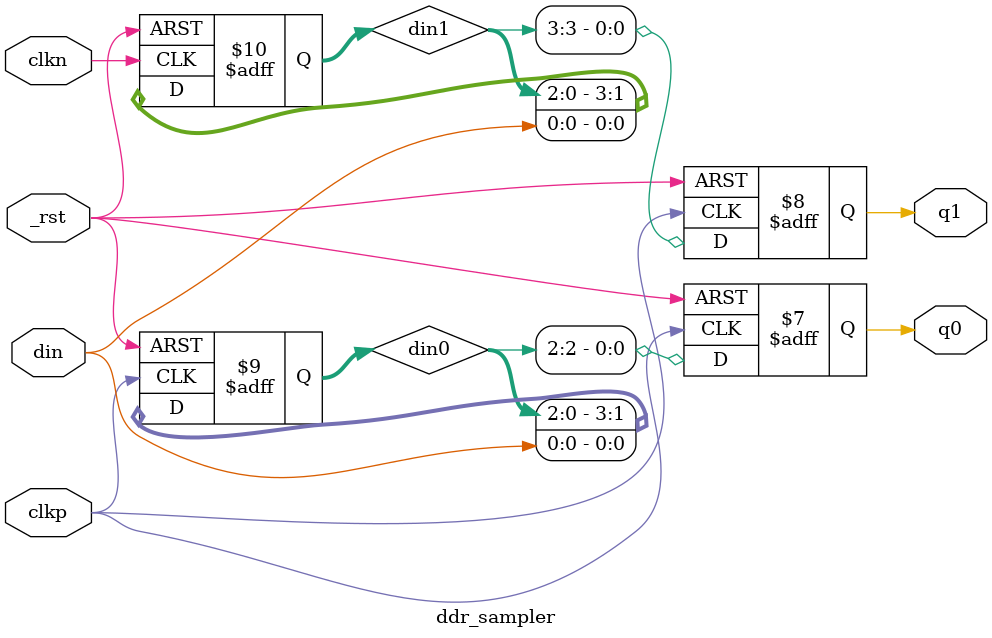
<source format=v>
`timescale 1ns / 1ps

`define DEBUG

module ddr_sampler #( parameter sync_s=4) ( output reg q0, q1, input din, clkp, clkn, _rst);
	
	reg[sync_s-1:0] din0, din1;

	always @( posedge clkn, negedge _rst) begin
		if( !_rst) begin
			din1 <= 0;
		end
		else begin
			din1 <= { din1[sync_s-2:0], din};
		end
	end

	always @( posedge clkp, negedge _rst) begin
		if( !_rst) begin
			din0 <= 0;
		end
		else begin
			din0 <= { din0[sync_s-2:0], din};
		end
	end

	always @( posedge clkp, negedge _rst) begin
		if( !_rst) begin
			q0 <= 0;
			q1 <= 0;
		end
		else begin
			q0 <= din0[sync_s-2];
			q1 <= din1[sync_s-1];
		end
	end

endmodule

// vim: ai ts=4:

</source>
